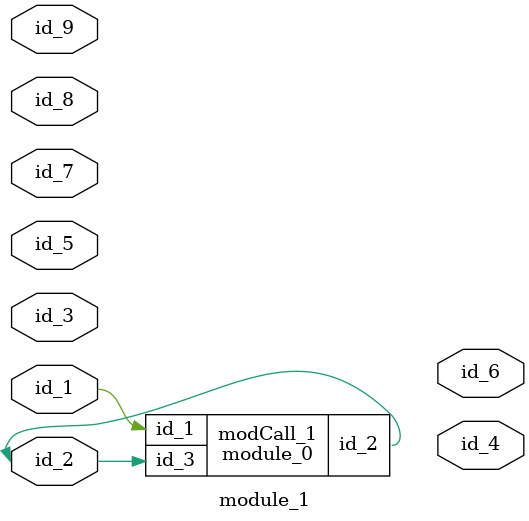
<source format=v>
module module_0 (
    id_1,
    id_2,
    id_3
);
  input wire id_3;
  output wire id_2;
  input wire id_1;
  generate
    wire id_4, id_5;
  endgenerate
endmodule
module module_1 (
    id_1,
    id_2,
    id_3,
    id_4,
    id_5,
    id_6,
    id_7,
    id_8,
    id_9
);
  input wire id_9;
  input wire id_8;
  inout wire id_7;
  output wire id_6;
  inout wire id_5;
  output wire id_4;
  input wire id_3;
  inout wire id_2;
  inout wire id_1;
  assign id_7 = (id_7);
  module_0 modCall_1 (
      id_1,
      id_2,
      id_2
  );
  wire id_10;
endmodule

</source>
